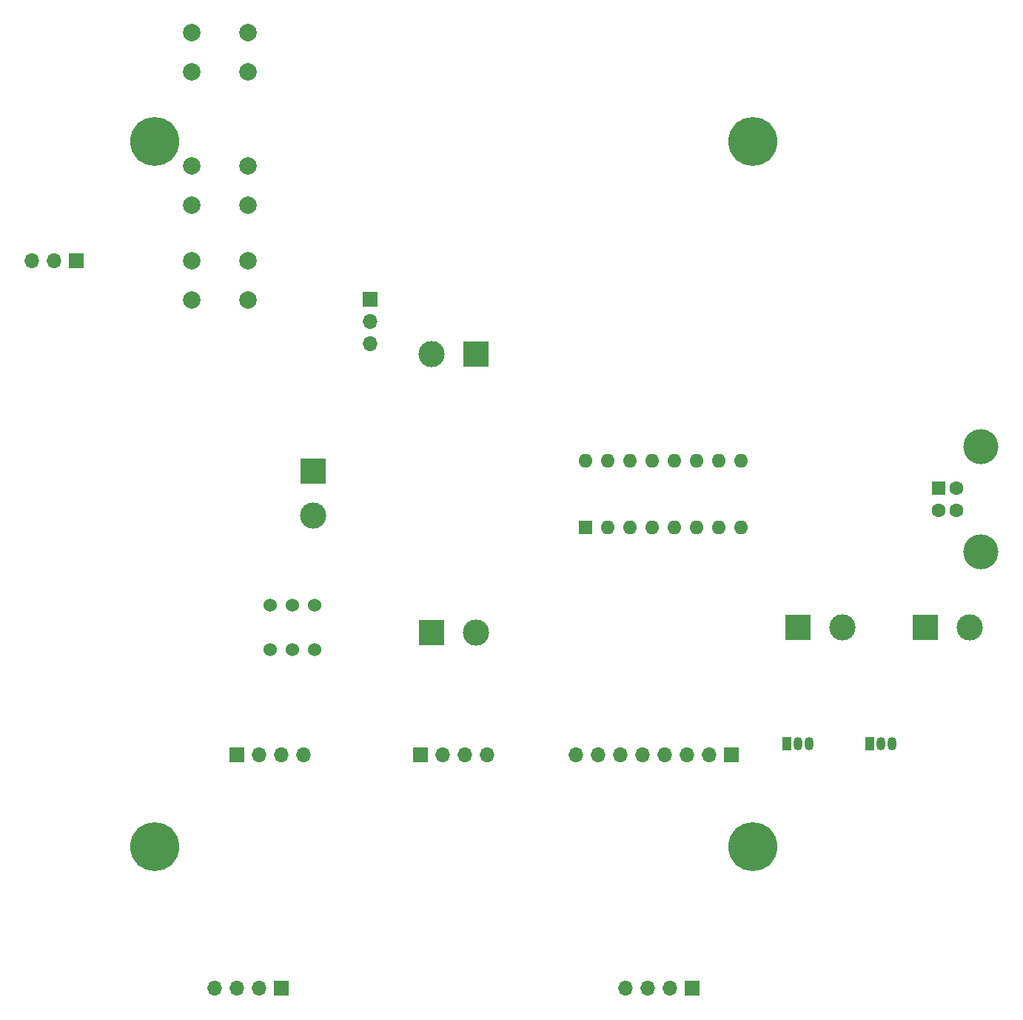
<source format=gbs>
G04 #@! TF.GenerationSoftware,KiCad,Pcbnew,(5.1.8)-1*
G04 #@! TF.CreationDate,2021-12-20T19:06:15+01:00*
G04 #@! TF.ProjectId,Elab car PCB,456c6162-2063-4617-9220-5043422e6b69,rev?*
G04 #@! TF.SameCoordinates,Original*
G04 #@! TF.FileFunction,Soldermask,Bot*
G04 #@! TF.FilePolarity,Negative*
%FSLAX46Y46*%
G04 Gerber Fmt 4.6, Leading zero omitted, Abs format (unit mm)*
G04 Created by KiCad (PCBNEW (5.1.8)-1) date 2021-12-20 19:06:15*
%MOMM*%
%LPD*%
G01*
G04 APERTURE LIST*
%ADD10C,1.524000*%
%ADD11C,5.600000*%
%ADD12O,1.700000X1.700000*%
%ADD13R,1.700000X1.700000*%
%ADD14R,1.600000X1.600000*%
%ADD15C,1.600000*%
%ADD16C,4.000000*%
%ADD17C,2.000000*%
%ADD18O,1.600000X1.600000*%
%ADD19O,1.050000X1.500000*%
%ADD20R,1.050000X1.500000*%
%ADD21R,3.000000X3.000000*%
%ADD22C,3.000000*%
G04 APERTURE END LIST*
D10*
X118745000Y-119380000D03*
X121285000Y-119380000D03*
X123825000Y-119380000D03*
X123825000Y-114300000D03*
X121285000Y-114300000D03*
X118745000Y-114300000D03*
D11*
X173900000Y-61300000D03*
X173900000Y-141900000D03*
X105500000Y-141900000D03*
X105500000Y-61300000D03*
D12*
X91440000Y-74930000D03*
X93980000Y-74930000D03*
D13*
X96520000Y-74930000D03*
D12*
X159385000Y-158115000D03*
X161925000Y-158115000D03*
X164465000Y-158115000D03*
D13*
X167005000Y-158115000D03*
D12*
X112395000Y-158115000D03*
X114935000Y-158115000D03*
X117475000Y-158115000D03*
D13*
X120015000Y-158115000D03*
X114935000Y-131445000D03*
D12*
X117475000Y-131445000D03*
X120015000Y-131445000D03*
X122555000Y-131445000D03*
D14*
X195165000Y-100965000D03*
D15*
X195165000Y-103465000D03*
X197165000Y-103465000D03*
X197165000Y-100965000D03*
D16*
X200025000Y-108215000D03*
X200025000Y-96215000D03*
D17*
X109705000Y-79430000D03*
X109705000Y-74930000D03*
X116205000Y-79430000D03*
X116205000Y-74930000D03*
X109705000Y-68635000D03*
X109705000Y-64135000D03*
X116205000Y-68635000D03*
X116205000Y-64135000D03*
X109705000Y-53395000D03*
X109705000Y-48895000D03*
X116205000Y-53340000D03*
X116205000Y-48895000D03*
D14*
X154749500Y-105410000D03*
D18*
X172529500Y-97790000D03*
X157289500Y-105410000D03*
X169989500Y-97790000D03*
X159829500Y-105410000D03*
X167449500Y-97790000D03*
X162369500Y-105410000D03*
X164909500Y-97790000D03*
X164909500Y-105410000D03*
X162369500Y-97790000D03*
X167449500Y-105410000D03*
X159829500Y-97790000D03*
X169989500Y-105410000D03*
X157289500Y-97790000D03*
X172529500Y-105410000D03*
X154749500Y-97790000D03*
D19*
X188595000Y-130175000D03*
X189865000Y-130175000D03*
D20*
X187325000Y-130175000D03*
D19*
X179070000Y-130175000D03*
X180340000Y-130175000D03*
D20*
X177800000Y-130175000D03*
D21*
X179070000Y-116840000D03*
D22*
X184150000Y-116840000D03*
D21*
X193675000Y-116840000D03*
D22*
X198755000Y-116840000D03*
D13*
X171450000Y-131445000D03*
D12*
X168910000Y-131445000D03*
X166370000Y-131445000D03*
X163830000Y-131445000D03*
X161290000Y-131445000D03*
X158750000Y-131445000D03*
X156210000Y-131445000D03*
X153670000Y-131445000D03*
D13*
X130175000Y-79375000D03*
D12*
X130175000Y-81915000D03*
X130175000Y-84455000D03*
D13*
X135890000Y-131445000D03*
D12*
X138430000Y-131445000D03*
X140970000Y-131445000D03*
X143510000Y-131445000D03*
D21*
X142240000Y-85661500D03*
D22*
X137160000Y-85661500D03*
D21*
X137160000Y-117475000D03*
D22*
X142240000Y-117475000D03*
D21*
X123634500Y-98996500D03*
D22*
X123634500Y-104076500D03*
M02*

</source>
